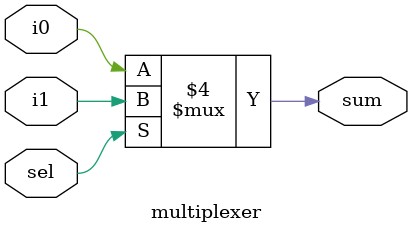
<source format=v>
`timescale 1ns / 1ps


module multiplexer(input i0,i1,sel,output reg sum);
always @(i0,i1,sel)
begin
if(sel ==0)
sum = i0;
else
sum =i1;
end
endmodule

</source>
